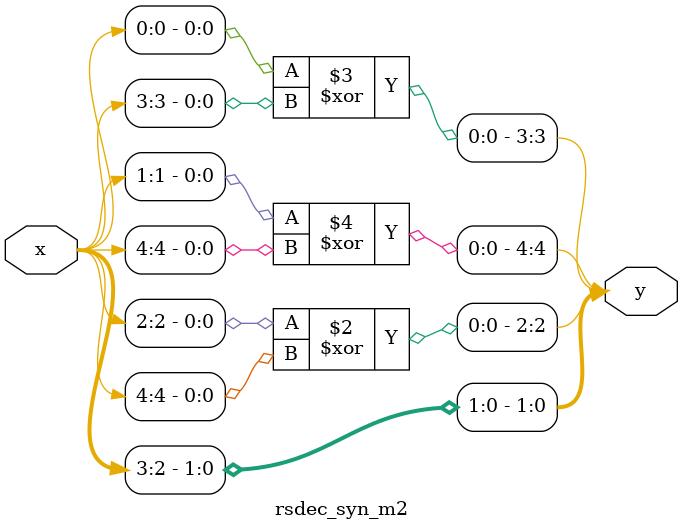
<source format=v>
module rsdec_syn_m2 (y, x);
	input [4:0] x;
	output [4:0] y;
	reg [4:0] y;
	always @ (x)
	begin
		y[0] = x[2];
		y[1] = x[3];
		y[2] = x[2] ^ x[4];
		y[3] = x[0] ^ x[3];
		y[4] = x[1] ^ x[4];
	end
endmodule
</source>
